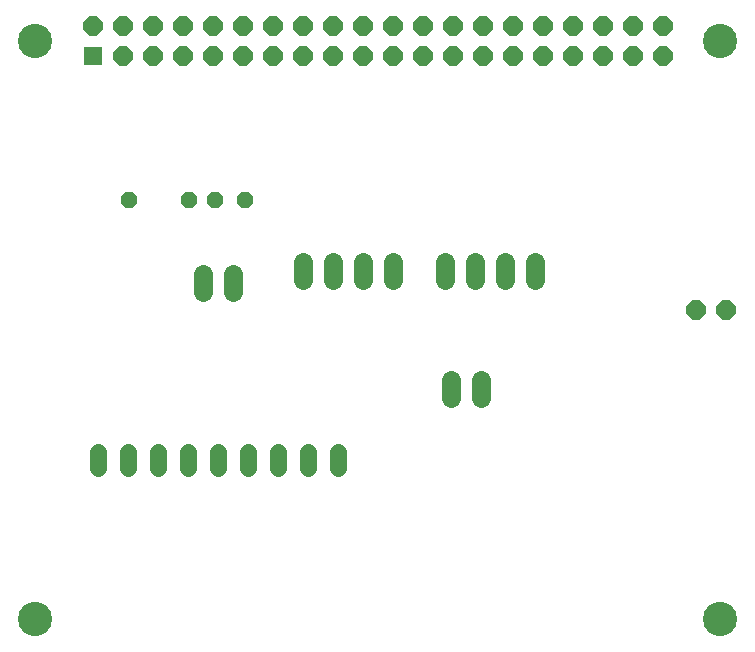
<source format=gbr>
G04 EAGLE Gerber RS-274X export*
G75*
%MOMM*%
%FSLAX34Y34*%
%LPD*%
%INSoldermask Bottom*%
%IPPOS*%
%AMOC8*
5,1,8,0,0,1.08239X$1,22.5*%
G01*
%ADD10C,2.901600*%
%ADD11R,1.625600X1.625600*%
%ADD12P,1.759533X8X22.500000*%
%ADD13P,1.759533X8X112.500000*%
%ADD14C,1.422400*%
%ADD15P,1.539592X8X22.500000*%
%ADD16C,1.609600*%


D10*
X35000Y35000D03*
X35000Y525000D03*
X615000Y525000D03*
X615000Y35000D03*
D11*
X83700Y512300D03*
D12*
X109100Y512300D03*
X134500Y512300D03*
X159900Y512300D03*
X185300Y512300D03*
X210700Y512300D03*
X83700Y537700D03*
X109100Y537700D03*
X134500Y537700D03*
X159900Y537700D03*
X185300Y537700D03*
X210700Y537700D03*
X236100Y512300D03*
X236100Y537700D03*
X261500Y512300D03*
X286900Y512300D03*
X312300Y512300D03*
X337700Y512300D03*
X363100Y512300D03*
X388500Y512300D03*
X261500Y537700D03*
X286900Y537700D03*
X312300Y537700D03*
X337700Y537700D03*
X363100Y537700D03*
X388500Y537700D03*
X413900Y512300D03*
X413900Y537700D03*
X439300Y512300D03*
X464700Y512300D03*
X490100Y512300D03*
X515500Y512300D03*
X540900Y512300D03*
X566300Y512300D03*
X439300Y537700D03*
X464700Y537700D03*
X490100Y537700D03*
X515500Y537700D03*
X540900Y537700D03*
X566300Y537700D03*
D13*
X594850Y297300D03*
X620250Y297300D03*
D14*
X88400Y176604D02*
X88400Y163396D01*
X113800Y163396D02*
X113800Y176604D01*
X139200Y176604D02*
X139200Y163396D01*
X164600Y163396D02*
X164600Y176604D01*
X190000Y176604D02*
X190000Y163396D01*
X215400Y163396D02*
X215400Y176604D01*
X240800Y176604D02*
X240800Y163396D01*
X266200Y163396D02*
X266200Y176604D01*
X291600Y176604D02*
X291600Y163396D01*
D15*
X187300Y390000D03*
X212700Y390000D03*
X114600Y390000D03*
X165400Y390000D03*
D16*
X261900Y337540D02*
X261900Y322460D01*
X287300Y322460D02*
X287300Y337540D01*
X312700Y337540D02*
X312700Y322460D01*
X338100Y322460D02*
X338100Y337540D01*
X177300Y327540D02*
X177300Y312460D01*
X202700Y312460D02*
X202700Y327540D01*
X381900Y322460D02*
X381900Y337540D01*
X407300Y337540D02*
X407300Y322460D01*
X432700Y322460D02*
X432700Y337540D01*
X458100Y337540D02*
X458100Y322460D01*
X387300Y237540D02*
X387300Y222460D01*
X412700Y222460D02*
X412700Y237540D01*
M02*

</source>
